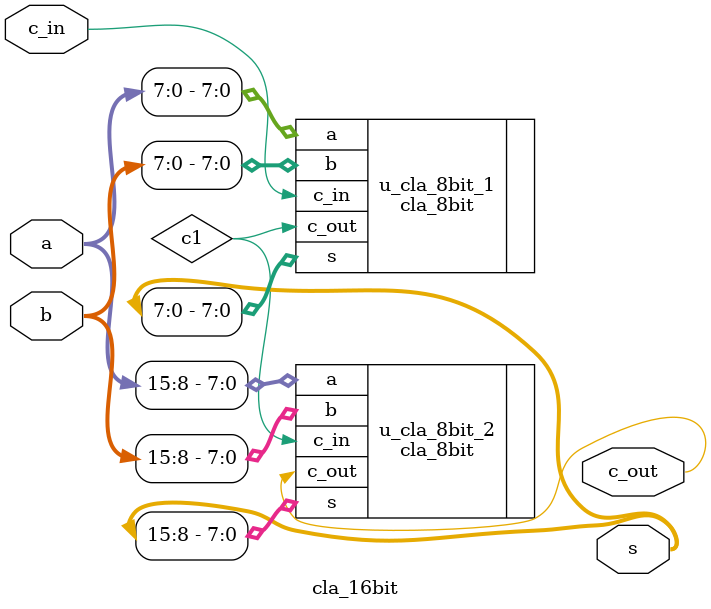
<source format=v>
module cla_16bit(
    input [15:0] a,
    input [15:0] b,
    input c_in,
    output [15:0] s,
    output c_out
);

wire c1;


cla_8bit u_cla_8bit_1(
    .a(a[7:0]),
    .b(b[7:0]),
    .c_in(c_in),
    .s(s[7:0]),
    .c_out(c1)
);

cla_8bit u_cla_8bit_2(
    .a(a[15:8]),
    .b(b[15:8]),
    .c_in(c1),
    .s(s[15:8]),
    .c_out(c_out)
);

endmodule
</source>
